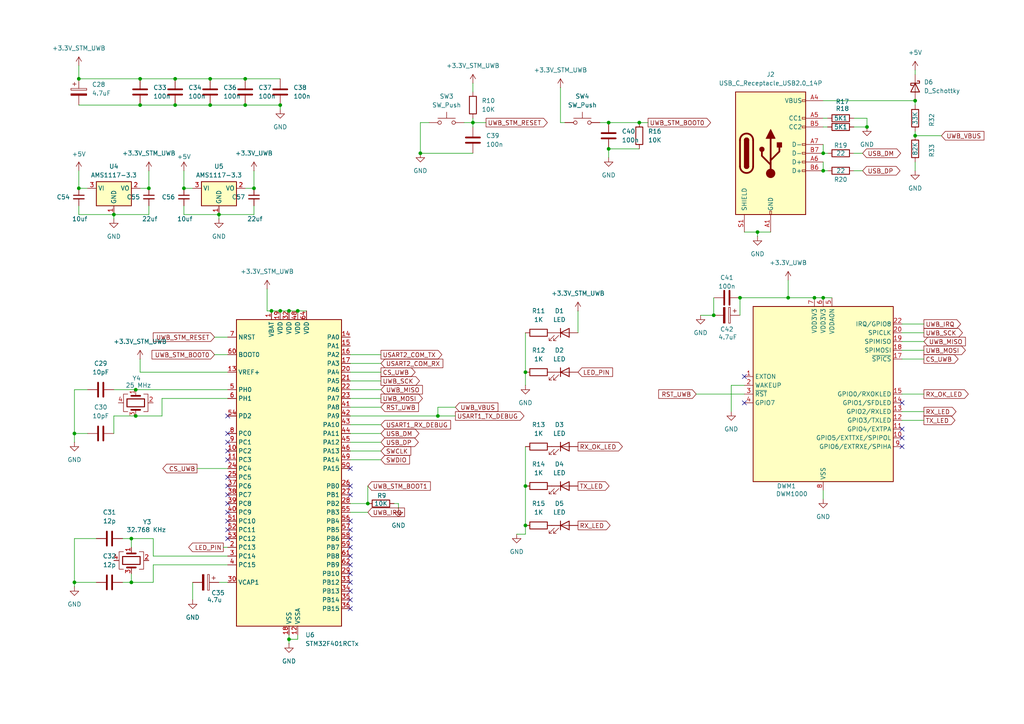
<source format=kicad_sch>
(kicad_sch (version 20231120) (generator "eeschema") (generator_version "8.0")
  (paper "A4")
  (lib_symbols
    (symbol "Connector:USB_C_Receptacle_USB2.0_14P" (pin_names (offset 1.016))
      (property "Reference" "J" (at 0 22.225 0))
      (property "Value" "USB_C_Receptacle_USB2.0_14P" (at 0 19.685 0))
      (symbol "USB_C_Receptacle_USB2.0_14P_1_1"
        (pin passive line (at 0 -22.86 90) (length 5.08) (name "GND") (number "A1"))
        (pin passive line (at 0 -22.86 90) (length 5.08) hide (name "GND") (number "A12"))
        (pin passive line (at 15.24 15.24 180) (length 5.08) (name "VBUS") (number "A4"))
        (pin bidirectional line (at 15.24 10.16 180) (length 5.08) (name "CC1") (number "A5"))
        (pin bidirectional line (at 15.24 -2.54 180) (length 5.08) (name "D+") (number "A6"))
        (pin bidirectional line (at 15.24 2.54 180) (length 5.08) (name "D-") (number "A7"))
        (pin passive line (at 15.24 15.24 180) (length 5.08) hide (name "VBUS") (number "A9"))
        (pin passive line (at 0 -22.86 90) (length 5.08) hide (name "GND") (number "B1"))
        (pin passive line (at 0 -22.86 90) (length 5.08) hide (name "GND") (number "B12"))
        (pin passive line (at 15.24 15.24 180) (length 5.08) hide (name "VBUS") (number "B4"))
        (pin bidirectional line (at 15.24 7.62 180) (length 5.08) (name "CC2") (number "B5"))
        (pin bidirectional line (at 15.24 -5.08 180) (length 5.08) (name "D+") (number "B6"))
        (pin bidirectional line (at 15.24 0 180) (length 5.08) (name "D-") (number "B7"))
        (pin passive line (at 15.24 15.24 180) (length 5.08) hide (name "VBUS") (number "B9"))
        (pin passive line (at -7.62 -22.86 90) (length 5.08) (name "SHIELD") (number "S1"))
      )
    )
    (symbol "Device:C" (pin_numbers hide) (pin_names (offset 0.254))
      (property "Reference" "C" (at 0.635 2.54 0))
      (property "Value" "C" (at 0.635 -2.54 0))
      (symbol "C_1_1"
        (pin passive line (at 0 3.81 270) (length 2.794) (name "~") (number "1"))
        (pin passive line (at 0 -3.81 90) (length 2.794) (name "~") (number "2"))
      )
    )
    (symbol "Device:C_Polarized" (pin_numbers hide) (pin_names (offset 0.254))
      (property "Reference" "C" (at 0.635 2.54 0))
      (property "Value" "C_Polarized" (at 0.635 -2.54 0))
      (symbol "C_Polarized_1_1"
        (pin passive line (at 0 3.81 270) (length 2.794) (name "~") (number "1"))
        (pin passive line (at 0 -3.81 90) (length 2.794) (name "~") (number "2"))
      )
    )
    (symbol "Device:C_Small" (pin_numbers hide) (pin_names (offset 0.254) hide)
      (property "Reference" "C" (at 0.254 1.778 0))
      (property "Value" "C_Small" (at 0.254 -2.032 0))
      (symbol "C_Small_1_1"
        (pin passive line (at 0 2.54 270) (length 2.032) (name "~") (number "1"))
        (pin passive line (at 0 -2.54 90) (length 2.032) (name "~") (number "2"))
      )
    )
    (symbol "Device:Crystal_GND24" (pin_names (offset 1.016) hide)
      (property "Reference" "Y" (at 3.175 5.08 0))
      (property "Value" "Crystal_GND24" (at 3.175 3.175 0))
      (symbol "Crystal_GND24_1_1"
        (pin passive line (at -3.81 0 0) (length 1.27) (name "1") (number "1"))
        (pin passive line (at 0 5.08 270) (length 1.27) (name "2") (number "2"))
        (pin passive line (at 3.81 0 180) (length 1.27) (name "3") (number "3"))
        (pin passive line (at 0 -5.08 90) (length 1.27) (name "4") (number "4"))
      )
    )
    (symbol "Device:D_Schottky" (pin_numbers hide) (pin_names (offset 1.016) hide)
      (property "Reference" "D" (at 0 2.54 0))
      (property "Value" "D_Schottky" (at 0 -2.54 0))
      (symbol "D_Schottky_1_1"
        (pin passive line (at -3.81 0 0) (length 2.54) (name "K") (number "1"))
        (pin passive line (at 3.81 0 180) (length 2.54) (name "A") (number "2"))
      )
    )
    (symbol "Device:LED" (pin_numbers hide) (pin_names (offset 1.016) hide)
      (property "Reference" "D" (at 0 2.54 0))
      (property "Value" "LED" (at 0 -2.54 0))
      (symbol "LED_1_1"
        (pin passive line (at -3.81 0 0) (length 2.54) (name "K") (number "1"))
        (pin passive line (at 3.81 0 180) (length 2.54) (name "A") (number "2"))
      )
    )
    (symbol "Device:R" (pin_numbers hide) (pin_names (offset 0))
      (property "Reference" "R" (at 2.032 0 90))
      (property "Value" "R" (at 0 0 90))
      (symbol "R_1_1"
        (pin passive line (at 0 3.81 270) (length 1.27) (name "~") (number "1"))
        (pin passive line (at 0 -3.81 90) (length 1.27) (name "~") (number "2"))
      )
    )
    (symbol "MCU_ST_STM32F4:STM32F401RCTx"
      (property "Reference" "U" (at -15.24 46.99 0))
      (property "Value" "STM32F401RCTx" (at 7.62 46.99 0))
      (symbol "STM32F401RCTx_1_1"
        (pin power_in line (at -5.08 48.26 270) (length 2.54) (name "VBAT") (number "1"))
        (pin bidirectional line (at -17.78 7.62 0) (length 2.54) (name "PC2") (number "10"))
        (pin bidirectional line (at -17.78 5.08 0) (length 2.54) (name "PC3") (number "11"))
        (pin power_in line (at 2.54 -45.72 90) (length 2.54) (name "VSSA") (number "12"))
        (pin input line (at -17.78 30.48 0) (length 2.54) (name "VREF+") (number "13"))
        (pin bidirectional line (at 17.78 40.64 180) (length 2.54) (name "PA0") (number "14"))
        (pin bidirectional line (at 17.78 38.1 180) (length 2.54) (name "PA1") (number "15"))
        (pin bidirectional line (at 17.78 35.56 180) (length 2.54) (name "PA2") (number "16"))
        (pin bidirectional line (at 17.78 33.02 180) (length 2.54) (name "PA3") (number "17"))
        (pin power_in line (at 0 -45.72 90) (length 2.54) (name "VSS") (number "18"))
        (pin power_in line (at -2.54 48.26 270) (length 2.54) (name "VDD") (number "19"))
        (pin bidirectional line (at -17.78 -20.32 0) (length 2.54) (name "PC13") (number "2"))
        (pin bidirectional line (at 17.78 30.48 180) (length 2.54) (name "PA4") (number "20"))
        (pin bidirectional line (at 17.78 27.94 180) (length 2.54) (name "PA5") (number "21"))
        (pin bidirectional line (at 17.78 25.4 180) (length 2.54) (name "PA6") (number "22"))
        (pin bidirectional line (at 17.78 22.86 180) (length 2.54) (name "PA7") (number "23"))
        (pin bidirectional line (at -17.78 2.54 0) (length 2.54) (name "PC4") (number "24"))
        (pin bidirectional line (at -17.78 0 0) (length 2.54) (name "PC5") (number "25"))
        (pin bidirectional line (at 17.78 -2.54 180) (length 2.54) (name "PB0") (number "26"))
        (pin bidirectional line (at 17.78 -5.08 180) (length 2.54) (name "PB1") (number "27"))
        (pin bidirectional line (at 17.78 -7.62 180) (length 2.54) (name "PB2") (number "28"))
        (pin bidirectional line (at 17.78 -27.94 180) (length 2.54) (name "PB10") (number "29"))
        (pin bidirectional line (at -17.78 -22.86 0) (length 2.54) (name "PC14") (number "3"))
        (pin power_out line (at -17.78 -30.48 0) (length 2.54) (name "VCAP1") (number "30"))
        (pin passive line (at 0 -45.72 90) (length 2.54) hide (name "VSS") (number "31"))
        (pin power_in line (at 0 48.26 270) (length 2.54) (name "VDD") (number "32"))
        (pin bidirectional line (at 17.78 -30.48 180) (length 2.54) (name "PB12") (number "33"))
        (pin bidirectional line (at 17.78 -33.02 180) (length 2.54) (name "PB13") (number "34"))
        (pin bidirectional line (at 17.78 -35.56 180) (length 2.54) (name "PB14") (number "35"))
        (pin bidirectional line (at 17.78 -38.1 180) (length 2.54) (name "PB15") (number "36"))
        (pin bidirectional line (at -17.78 -2.54 0) (length 2.54) (name "PC6") (number "37"))
        (pin bidirectional line (at -17.78 -5.08 0) (length 2.54) (name "PC7") (number "38"))
        (pin bidirectional line (at -17.78 -7.62 0) (length 2.54) (name "PC8") (number "39"))
        (pin bidirectional line (at -17.78 -25.4 0) (length 2.54) (name "PC15") (number "4"))
        (pin bidirectional line (at -17.78 -10.16 0) (length 2.54) (name "PC9") (number "40"))
        (pin bidirectional line (at 17.78 20.32 180) (length 2.54) (name "PA8") (number "41"))
        (pin bidirectional line (at 17.78 17.78 180) (length 2.54) (name "PA9") (number "42"))
        (pin bidirectional line (at 17.78 15.24 180) (length 2.54) (name "PA10") (number "43"))
        (pin bidirectional line (at 17.78 12.7 180) (length 2.54) (name "PA11") (number "44"))
        (pin bidirectional line (at 17.78 10.16 180) (length 2.54) (name "PA12") (number "45"))
        (pin bidirectional line (at 17.78 7.62 180) (length 2.54) (name "PA13") (number "46"))
        (pin passive line (at 0 -45.72 90) (length 2.54) hide (name "VSS") (number "47"))
        (pin power_in line (at 2.54 48.26 270) (length 2.54) (name "VDD") (number "48"))
        (pin bidirectional line (at 17.78 5.08 180) (length 2.54) (name "PA14") (number "49"))
        (pin bidirectional line (at -17.78 25.4 0) (length 2.54) (name "PH0") (number "5"))
        (pin bidirectional line (at 17.78 2.54 180) (length 2.54) (name "PA15") (number "50"))
        (pin bidirectional line (at -17.78 -12.7 0) (length 2.54) (name "PC10") (number "51"))
        (pin bidirectional line (at -17.78 -15.24 0) (length 2.54) (name "PC11") (number "52"))
        (pin bidirectional line (at -17.78 -17.78 0) (length 2.54) (name "PC12") (number "53"))
        (pin bidirectional line (at -17.78 17.78 0) (length 2.54) (name "PD2") (number "54"))
        (pin bidirectional line (at 17.78 -10.16 180) (length 2.54) (name "PB3") (number "55"))
        (pin bidirectional line (at 17.78 -12.7 180) (length 2.54) (name "PB4") (number "56"))
        (pin bidirectional line (at 17.78 -15.24 180) (length 2.54) (name "PB5") (number "57"))
        (pin bidirectional line (at 17.78 -17.78 180) (length 2.54) (name "PB6") (number "58"))
        (pin bidirectional line (at 17.78 -20.32 180) (length 2.54) (name "PB7") (number "59"))
        (pin bidirectional line (at -17.78 22.86 0) (length 2.54) (name "PH1") (number "6"))
        (pin input line (at -17.78 35.56 0) (length 2.54) (name "BOOT0") (number "60"))
        (pin bidirectional line (at 17.78 -22.86 180) (length 2.54) (name "PB8") (number "61"))
        (pin bidirectional line (at 17.78 -25.4 180) (length 2.54) (name "PB9") (number "62"))
        (pin passive line (at 0 -45.72 90) (length 2.54) hide (name "VSS") (number "63"))
        (pin power_in line (at 5.08 48.26 270) (length 2.54) (name "VDD") (number "64"))
        (pin input line (at -17.78 40.64 0) (length 2.54) (name "NRST") (number "7"))
        (pin bidirectional line (at -17.78 12.7 0) (length 2.54) (name "PC0") (number "8"))
        (pin bidirectional line (at -17.78 10.16 0) (length 2.54) (name "PC1") (number "9"))
      )
    )
    (symbol "RF_Module:DWM1000"
      (property "Reference" "DWM" (at -17.78 26.67 0))
      (property "Value" "DWM1000" (at 15.875 26.67 0))
      (symbol "DWM1000_1_1"
        (pin output line (at -22.86 5.08 0) (length 2.54) (name "EXTON") (number "1"))
        (pin bidirectional line (at 22.86 -12.7 180) (length 2.54) (name "GPIO5/EXTTXE/SPIPOL") (number "10"))
        (pin bidirectional line (at 22.86 -10.16 180) (length 2.54) (name "GPIO4/EXTPA") (number "11"))
        (pin bidirectional line (at 22.86 -7.62 180) (length 2.54) (name "GPIO3/TXLED") (number "12"))
        (pin bidirectional line (at 22.86 -5.08 180) (length 2.54) (name "GPIO2/RXLED") (number "13"))
        (pin bidirectional line (at 22.86 -2.54 180) (length 2.54) (name "GPIO1/SFDLED") (number "14"))
        (pin bidirectional line (at 22.86 0 180) (length 2.54) (name "GPIO0/RXOKLED") (number "15"))
        (pin passive line (at 0 -27.94 90) (length 2.54) hide (name "VSS") (number "16"))
        (pin input line (at 22.86 10.16 180) (length 2.54) (name "~{SPICS}") (number "17"))
        (pin input line (at 22.86 12.7 180) (length 2.54) (name "SPIMOSI") (number "18"))
        (pin output line (at 22.86 15.24 180) (length 2.54) (name "SPIMISO") (number "19"))
        (pin bidirectional line (at -22.86 2.54 0) (length 2.54) (name "WAKEUP") (number "2"))
        (pin input line (at 22.86 17.78 180) (length 2.54) (name "SPICLK") (number "20"))
        (pin passive line (at 0 -27.94 90) (length 2.54) hide (name "VSS") (number "21"))
        (pin bidirectional line (at 22.86 20.32 180) (length 2.54) (name "IRQ/GPIO8") (number "22"))
        (pin passive line (at 0 -27.94 90) (length 2.54) hide (name "VSS") (number "23"))
        (pin passive line (at 0 -27.94 90) (length 2.54) hide (name "VSS") (number "24"))
        (pin bidirectional line (at -22.86 0 0) (length 2.54) (name "~{RST}") (number "3"))
        (pin bidirectional line (at -22.86 -2.54 0) (length 2.54) (name "GPIO7") (number "4"))
        (pin power_in line (at 2.54 27.94 270) (length 2.54) (name "VDDAON") (number "5"))
        (pin power_in line (at 0 27.94 270) (length 2.54) (name "VDD3V3") (number "6"))
        (pin power_in line (at -2.54 27.94 270) (length 2.54) (name "VDD3V3") (number "7"))
        (pin power_in line (at 0 -27.94 90) (length 2.54) (name "VSS") (number "8"))
        (pin bidirectional line (at 22.86 -15.24 180) (length 2.54) (name "GPIO6/EXTRXE/SPIHA") (number "9"))
      )
    )
    (symbol "Regulator_Linear:AMS1117-3.3"
      (property "Reference" "U" (at -3.81 3.175 0))
      (property "Value" "AMS1117-3.3" (at 0 3.175 0))
      (symbol "AMS1117-3.3_1_1"
        (pin power_in line (at 0 -7.62 90) (length 2.54) (name "GND") (number "1"))
        (pin power_out line (at 7.62 0 180) (length 2.54) (name "VO") (number "2"))
        (pin power_in line (at -7.62 0 0) (length 2.54) (name "VI") (number "3"))
      )
    )
    (symbol "Switch:SW_Push" (pin_numbers hide) (pin_names (offset 1.016) hide)
      (property "Reference" "SW" (at 1.27 2.54 0))
      (property "Value" "SW_Push" (at 0 -1.524 0))
      (symbol "SW_Push_0_1"
        (pin passive line (at -5.08 0 0) (length 2.54) (name "1") (number "1"))
        (pin passive line (at 5.08 0 180) (length 2.54) (name "2") (number "2"))
      )
    )
    (symbol "power:+3V3" (power) (pin_numbers hide) (pin_names (offset 0) hide)
      (property "Value" "+3V3" (at 0 3.556 0))
      (symbol "+3V3_1_1"
        (pin power_in line (at 0 0 90) (length 0) (name "~") (number "1"))
      )
    )
    (symbol "power:+8V" (power) (pin_numbers hide) (pin_names (offset 0) hide)
      (property "Value" "+8V" (at 0 3.556 0))
      (symbol "+8V_1_1"
        (pin power_in line (at 0 0 90) (length 0) (name "~") (number "1"))
      )
    )
    (symbol "power:GND" (power) (pin_numbers hide) (pin_names (offset 0) hide)
      (property "Value" "GND" (at 0 -3.81 0))
      (symbol "GND_1_1"
        (pin power_in line (at 0 0 270) (length 0) (name "~") (number "1"))
      )
    )
  )
  (junction (at 60.96 30.48))
  (junction (at 265.43 39.37))
  (junction (at 176.53 43.18))
  (junction (at 214.63 86.36))
  (junction (at 106.68 146.05))
  (junction (at 21.59 168.91))
  (junction (at 81.28 30.48))
  (junction (at 238.76 49.53))
  (junction (at 43.18 54.61))
  (junction (at 81.28 90.17))
  (junction (at 60.96 22.86))
  (junction (at 40.64 30.48))
  (junction (at 152.4 140.97))
  (junction (at 265.43 29.21))
  (junction (at 86.36 90.17))
  (junction (at 137.16 35.56))
  (junction (at 238.76 86.36))
  (junction (at 236.22 86.36))
  (junction (at 63.5 62.23))
  (junction (at 39.37 113.03))
  (junction (at 83.82 185.42))
  (junction (at 21.59 125.73))
  (junction (at 251.46 36.83))
  (junction (at 127 120.65))
  (junction (at 50.8 30.48))
  (junction (at 33.02 62.23))
  (junction (at 40.64 22.86))
  (junction (at 38.1 168.91))
  (junction (at 39.37 120.65))
  (junction (at 71.12 30.48))
  (junction (at 38.1 156.21))
  (junction (at 121.92 44.45))
  (junction (at 22.86 22.86))
  (junction (at 73.66 54.61))
  (junction (at 50.8 22.86))
  (junction (at 207.01 91.44))
  (junction (at 228.6 86.36))
  (junction (at 176.53 35.56))
  (junction (at 78.74 90.17))
  (junction (at 238.76 44.45))
  (junction (at 71.12 22.86))
  (junction (at 185.42 35.56))
  (junction (at 152.4 152.4))
  (junction (at 53.34 54.61))
  (junction (at 219.71 67.31))
  (junction (at 22.86 54.61))
  (junction (at 83.82 90.17))
  (junction (at 152.4 107.95))
  (no_connect (at 66.04 146.05))
  (no_connect (at 101.6 168.91))
  (no_connect (at 101.6 173.99))
  (no_connect (at 101.6 156.21))
  (no_connect (at 101.6 143.51))
  (no_connect (at 101.6 153.67))
  (no_connect (at 261.62 129.54))
  (no_connect (at 66.04 156.21))
  (no_connect (at 101.6 176.53))
  (no_connect (at 101.6 135.89))
  (no_connect (at 261.62 116.84))
  (no_connect (at 66.04 120.65))
  (no_connect (at 261.62 124.46))
  (no_connect (at 66.04 153.67))
  (no_connect (at 66.04 148.59))
  (no_connect (at 101.6 140.97))
  (no_connect (at 101.6 171.45))
  (no_connect (at 66.04 125.73))
  (no_connect (at 215.9 116.84))
  (no_connect (at 66.04 130.81))
  (no_connect (at 66.04 143.51))
  (no_connect (at 101.6 158.75))
  (no_connect (at 66.04 128.27))
  (no_connect (at 66.04 138.43))
  (no_connect (at 101.6 166.37))
  (no_connect (at 66.04 151.13))
  (no_connect (at 101.6 161.29))
  (no_connect (at 101.6 163.83))
  (no_connect (at 66.04 133.35))
  (no_connect (at 66.04 140.97))
  (no_connect (at 215.9 109.22))
  (no_connect (at 101.6 151.13))
  (no_connect (at 261.62 127))
  (wire (pts (xy 267.97 119.38) (xy 261.62 119.38)))
  (wire (pts (xy 40.64 107.95) (xy 40.64 104.14)))
  (wire (pts (xy 66.04 163.83) (xy 44.45 163.83)))
  (wire (pts (xy 35.56 168.91) (xy 38.1 168.91)))
  (wire (pts (xy 137.16 36.83) (xy 137.16 35.56)))
  (wire (pts (xy 22.86 49.53) (xy 22.86 54.61)))
  (wire (pts (xy 106.68 148.59) (xy 101.6 148.59)))
  (wire (pts (xy 44.45 163.83) (xy 44.45 168.91)))
  (wire (pts (xy 46.99 120.65) (xy 39.37 120.65)))
  (wire (pts (xy 214.63 86.36) (xy 228.6 86.36)))
  (wire (pts (xy 62.23 102.87) (xy 66.04 102.87)))
  (wire (pts (xy 40.64 30.48) (xy 50.8 30.48)))
  (wire (pts (xy 44.45 156.21) (xy 38.1 156.21)))
  (wire (pts (xy 162.56 35.56) (xy 163.83 35.56)))
  (wire (pts (xy 238.76 41.91) (xy 238.76 44.45)))
  (wire (pts (xy 101.6 123.19) (xy 110.49 123.19)))
  (wire (pts (xy 238.76 44.45) (xy 240.03 44.45)))
  (wire (pts (xy 185.42 35.56) (xy 187.96 35.56)))
  (wire (pts (xy 21.59 168.91) (xy 21.59 170.18)))
  (wire (pts (xy 64.77 158.75) (xy 66.04 158.75)))
  (wire (pts (xy 83.82 90.17) (xy 81.28 90.17)))
  (wire (pts (xy 219.71 67.31) (xy 219.71 68.58)))
  (wire (pts (xy 238.76 29.21) (xy 265.43 29.21)))
  (wire (pts (xy 250.19 44.45) (xy 247.65 44.45)))
  (wire (pts (xy 22.86 62.23) (xy 33.02 62.23)))
  (wire (pts (xy 110.49 130.81) (xy 101.6 130.81)))
  (wire (pts (xy 219.71 67.31) (xy 223.52 67.31)))
  (wire (pts (xy 86.36 90.17) (xy 83.82 90.17)))
  (wire (pts (xy 162.56 25.4) (xy 162.56 35.56)))
  (wire (pts (xy 33.02 62.23) (xy 43.18 62.23)))
  (wire (pts (xy 238.76 86.36) (xy 241.3 86.36)))
  (wire (pts (xy 137.16 35.56) (xy 140.97 35.56)))
  (wire (pts (xy 38.1 168.91) (xy 38.1 166.37)))
  (wire (pts (xy 152.4 107.95) (xy 152.4 111.76)))
  (wire (pts (xy 83.82 184.15) (xy 83.82 185.42)))
  (wire (pts (xy 86.36 185.42) (xy 83.82 185.42)))
  (wire (pts (xy 267.97 114.3) (xy 261.62 114.3)))
  (wire (pts (xy 35.56 156.21) (xy 38.1 156.21)))
  (wire (pts (xy 110.49 107.95) (xy 101.6 107.95)))
  (wire (pts (xy 60.96 22.86) (xy 71.12 22.86)))
  (wire (pts (xy 238.76 144.78) (xy 238.76 142.24)))
  (wire (pts (xy 43.18 59.69) (xy 43.18 62.23)))
  (wire (pts (xy 127 118.11) (xy 127 120.65)))
  (wire (pts (xy 110.49 110.49) (xy 101.6 110.49)))
  (wire (pts (xy 33.02 62.23) (xy 33.02 63.5)))
  (wire (pts (xy 152.4 154.94) (xy 149.86 154.94)))
  (wire (pts (xy 238.76 49.53) (xy 240.03 49.53)))
  (wire (pts (xy 101.6 105.41) (xy 110.49 105.41)))
  (wire (pts (xy 267.97 104.14) (xy 261.62 104.14)))
  (wire (pts (xy 137.16 24.13) (xy 137.16 26.67)))
  (wire (pts (xy 101.6 133.35) (xy 110.49 133.35)))
  (wire (pts (xy 77.47 83.82) (xy 77.47 90.17)))
  (wire (pts (xy 21.59 113.03) (xy 21.59 125.73)))
  (wire (pts (xy 66.04 107.95) (xy 40.64 107.95)))
  (wire (pts (xy 101.6 120.65) (xy 127 120.65)))
  (wire (pts (xy 207.01 86.36) (xy 207.01 91.44)))
  (wire (pts (xy 21.59 125.73) (xy 25.4 125.73)))
  (wire (pts (xy 71.12 30.48) (xy 81.28 30.48)))
  (wire (pts (xy 63.5 62.23) (xy 63.5 63.5)))
  (wire (pts (xy 53.34 54.61) (xy 55.88 54.61)))
  (wire (pts (xy 43.18 54.61) (xy 40.64 54.61)))
  (wire (pts (xy 33.02 125.73) (xy 33.02 120.65)))
  (wire (pts (xy 176.53 35.56) (xy 185.42 35.56)))
  (wire (pts (xy 21.59 125.73) (xy 21.59 128.27)))
  (wire (pts (xy 265.43 30.48) (xy 265.43 29.21)))
  (wire (pts (xy 238.76 34.29) (xy 240.03 34.29)))
  (wire (pts (xy 110.49 113.03) (xy 101.6 113.03)))
  (wire (pts (xy 267.97 121.92) (xy 261.62 121.92)))
  (wire (pts (xy 63.5 62.23) (xy 73.66 62.23)))
  (wire (pts (xy 236.22 86.36) (xy 238.76 86.36)))
  (wire (pts (xy 267.97 93.98) (xy 261.62 93.98)))
  (wire (pts (xy 53.34 59.69) (xy 53.34 62.23)))
  (wire (pts (xy 33.02 120.65) (xy 39.37 120.65)))
  (wire (pts (xy 132.08 118.11) (xy 127 118.11)))
  (wire (pts (xy 215.9 67.31) (xy 219.71 67.31)))
  (wire (pts (xy 114.3 146.05) (xy 115.57 146.05)))
  (wire (pts (xy 101.6 146.05) (xy 106.68 146.05)))
  (wire (pts (xy 43.18 49.53) (xy 43.18 54.61)))
  (wire (pts (xy 63.5 168.91) (xy 66.04 168.91)))
  (wire (pts (xy 66.04 161.29) (xy 44.45 161.29)))
  (wire (pts (xy 101.6 102.87) (xy 110.49 102.87)))
  (wire (pts (xy 247.65 34.29) (xy 251.46 34.29)))
  (wire (pts (xy 46.99 115.57) (xy 46.99 120.65)))
  (wire (pts (xy 110.49 128.27) (xy 101.6 128.27)))
  (wire (pts (xy 110.49 118.11) (xy 101.6 118.11)))
  (wire (pts (xy 212.09 111.76) (xy 212.09 119.38)))
  (wire (pts (xy 110.49 115.57) (xy 101.6 115.57)))
  (wire (pts (xy 267.97 101.6) (xy 261.62 101.6)))
  (wire (pts (xy 167.64 90.17) (xy 167.64 96.52)))
  (wire (pts (xy 50.8 30.48) (xy 60.96 30.48)))
  (wire (pts (xy 265.43 20.32) (xy 265.43 21.59)))
  (wire (pts (xy 57.15 135.89) (xy 66.04 135.89)))
  (wire (pts (xy 22.86 30.48) (xy 40.64 30.48)))
  (wire (pts (xy 53.34 62.23) (xy 63.5 62.23)))
  (wire (pts (xy 38.1 156.21) (xy 38.1 158.75)))
  (wire (pts (xy 212.09 111.76) (xy 215.9 111.76)))
  (wire (pts (xy 152.4 96.52) (xy 152.4 107.95)))
  (wire (pts (xy 137.16 35.56) (xy 137.16 34.29)))
  (wire (pts (xy 267.97 99.06) (xy 261.62 99.06)))
  (wire (pts (xy 66.04 115.57) (xy 46.99 115.57)))
  (wire (pts (xy 22.86 59.69) (xy 22.86 62.23)))
  (wire (pts (xy 176.53 43.18) (xy 185.42 43.18)))
  (wire (pts (xy 265.43 49.53) (xy 265.43 46.99)))
  (wire (pts (xy 86.36 184.15) (xy 86.36 185.42)))
  (wire (pts (xy 110.49 125.73) (xy 101.6 125.73)))
  (wire (pts (xy 60.96 30.48) (xy 71.12 30.48)))
  (wire (pts (xy 40.64 22.86) (xy 50.8 22.86)))
  (wire (pts (xy 265.43 38.1) (xy 265.43 39.37)))
  (wire (pts (xy 21.59 156.21) (xy 21.59 168.91)))
  (wire (pts (xy 22.86 54.61) (xy 25.4 54.61)))
  (wire (pts (xy 251.46 34.29) (xy 251.46 36.83)))
  (wire (pts (xy 81.28 30.48) (xy 81.28 31.75)))
  (wire (pts (xy 83.82 185.42) (xy 83.82 186.69)))
  (wire (pts (xy 238.76 46.99) (xy 238.76 49.53)))
  (wire (pts (xy 127 120.65) (xy 132.08 120.65)))
  (wire (pts (xy 44.45 168.91) (xy 38.1 168.91)))
  (wire (pts (xy 152.4 140.97) (xy 152.4 152.4)))
  (wire (pts (xy 88.9 90.17) (xy 86.36 90.17)))
  (wire (pts (xy 73.66 54.61) (xy 71.12 54.61)))
  (wire (pts (xy 152.4 152.4) (xy 152.4 154.94)))
  (wire (pts (xy 203.2 91.44) (xy 207.01 91.44)))
  (wire (pts (xy 39.37 113.03) (xy 66.04 113.03)))
  (wire (pts (xy 228.6 86.36) (xy 236.22 86.36)))
  (wire (pts (xy 106.68 140.97) (xy 106.68 146.05)))
  (wire (pts (xy 115.57 146.05) (xy 115.57 147.32)))
  (wire (pts (xy 81.28 90.17) (xy 78.74 90.17)))
  (wire (pts (xy 265.43 39.37) (xy 273.05 39.37)))
  (wire (pts (xy 173.99 35.56) (xy 176.53 35.56)))
  (wire (pts (xy 152.4 129.54) (xy 152.4 140.97)))
  (wire (pts (xy 33.02 113.03) (xy 39.37 113.03)))
  (wire (pts (xy 267.97 96.52) (xy 261.62 96.52)))
  (wire (pts (xy 121.92 35.56) (xy 121.92 44.45)))
  (wire (pts (xy 55.88 168.91) (xy 55.88 173.99)))
  (wire (pts (xy 22.86 19.05) (xy 22.86 22.86)))
  (wire (pts (xy 238.76 36.83) (xy 240.03 36.83)))
  (wire (pts (xy 53.34 49.53) (xy 53.34 54.61)))
  (wire (pts (xy 247.65 36.83) (xy 251.46 36.83)))
  (wire (pts (xy 44.45 161.29) (xy 44.45 156.21)))
  (wire (pts (xy 27.94 156.21) (xy 21.59 156.21)))
  (wire (pts (xy 50.8 22.86) (xy 60.96 22.86)))
  (wire (pts (xy 22.86 22.86) (xy 40.64 22.86)))
  (wire (pts (xy 134.62 35.56) (xy 137.16 35.56)))
  (wire (pts (xy 121.92 44.45) (xy 137.16 44.45)))
  (wire (pts (xy 25.4 113.03) (xy 21.59 113.03)))
  (wire (pts (xy 73.66 59.69) (xy 73.66 62.23)))
  (wire (pts (xy 250.19 49.53) (xy 247.65 49.53)))
  (wire (pts (xy 228.6 81.28) (xy 228.6 86.36)))
  (wire (pts (xy 78.74 90.17) (xy 77.47 90.17)))
  (wire (pts (xy 201.93 114.3) (xy 215.9 114.3)))
  (wire (pts (xy 73.66 49.53) (xy 73.66 54.61)))
  (wire (pts (xy 62.23 97.79) (xy 66.04 97.79)))
  (wire (pts (xy 21.59 168.91) (xy 27.94 168.91)))
  (wire (pts (xy 71.12 22.86) (xy 81.28 22.86)))
  (wire (pts (xy 124.46 35.56) (xy 121.92 35.56)))
  (wire (pts (xy 214.63 86.36) (xy 214.63 91.44)))
  (wire (pts (xy 176.53 43.18) (xy 176.53 45.72)))
  (global_label "UWB_MOSI" (shape output) (at 110.49 115.57 0) (property "Intersheetrefs" "${INTERSHEET_REFS}" (effects (hide yes))))
  (global_label "UWB_VBUS" (shape input) (at 132.08 118.11 0) (property "Intersheetrefs" "${INTERSHEET_REFS}" (effects (hide yes))))
  (global_label "UWB_STM_BOOT0" (shape output) (at 187.96 35.56 0) (property "Intersheetrefs" "${INTERSHEET_REFS}" (effects (hide yes))))
  (global_label "USB_DP" (shape bidirectional) (at 110.49 128.27 0) (property "Intersheetrefs" "${INTERSHEET_REFS}" (effects (hide yes))))
  (global_label "RX_OK_LED" (shape output) (at 167.64 129.54 0) (property "Intersheetrefs" "${INTERSHEET_REFS}" (effects (hide yes))))
  (global_label "USART2_COM_RX" (shape input) (at 110.49 105.41 0) (property "Intersheetrefs" "${INTERSHEET_REFS}" (effects (hide yes))))
  (global_label "TX_LED" (shape output) (at 167.64 140.97 0) (property "Intersheetrefs" "${INTERSHEET_REFS}" (effects (hide yes))))
  (global_label "RX_OK_LED" (shape output) (at 267.97 114.3 0) (property "Intersheetrefs" "${INTERSHEET_REFS}" (effects (hide yes))))
  (global_label "USART1_TX_DEBUG" (shape output) (at 132.08 120.65 0) (property "Intersheetrefs" "${INTERSHEET_REFS}" (effects (hide yes))))
  (global_label "USART2_COM_TX" (shape output) (at 110.49 102.87 0) (property "Intersheetrefs" "${INTERSHEET_REFS}" (effects (hide yes))))
  (global_label "UWB_STM_BOOT0" (shape input) (at 62.23 102.87 180) (property "Intersheetrefs" "${INTERSHEET_REFS}" (effects (hide yes))))
  (global_label "UWB_MISO" (shape input) (at 110.49 113.03 0) (property "Intersheetrefs" "${INTERSHEET_REFS}" (effects (hide yes))))
  (global_label "TX_LED" (shape output) (at 267.97 121.92 0) (property "Intersheetrefs" "${INTERSHEET_REFS}" (effects (hide yes))))
  (global_label "UWB_VBUS" (shape input) (at 273.05 39.37 0) (property "Intersheetrefs" "${INTERSHEET_REFS}" (effects (hide yes))))
  (global_label "CS_UWB" (shape output) (at 267.97 104.14 0) (property "Intersheetrefs" "${INTERSHEET_REFS}" (effects (hide yes))))
  (global_label "LED_PIN" (shape output) (at 64.77 158.75 180) (property "Intersheetrefs" "${INTERSHEET_REFS}" (effects (hide yes))))
  (global_label "RX_LED" (shape output) (at 167.64 152.4 0) (property "Intersheetrefs" "${INTERSHEET_REFS}" (effects (hide yes))))
  (global_label "UWB_MOSI" (shape output) (at 267.97 101.6 0) (property "Intersheetrefs" "${INTERSHEET_REFS}" (effects (hide yes))))
  (global_label "RST_UWB" (shape input) (at 110.49 118.11 0) (property "Intersheetrefs" "${INTERSHEET_REFS}" (effects (hide yes))))
  (global_label "RX_LED" (shape output) (at 267.97 119.38 0) (property "Intersheetrefs" "${INTERSHEET_REFS}" (effects (hide yes))))
  (global_label "UWB_IRQ" (shape input) (at 106.68 148.59 0) (property "Intersheetrefs" "${INTERSHEET_REFS}" (effects (hide yes))))
  (global_label "UWB_SCK" (shape output) (at 110.49 110.49 0) (property "Intersheetrefs" "${INTERSHEET_REFS}" (effects (hide yes))))
  (global_label "UWB_IRQ" (shape output) (at 267.97 93.98 0) (property "Intersheetrefs" "${INTERSHEET_REFS}" (effects (hide yes))))
  (global_label "CS_UWB" (shape output) (at 57.15 135.89 180) (property "Intersheetrefs" "${INTERSHEET_REFS}" (effects (hide yes))))
  (global_label "USB_DP" (shape bidirectional) (at 250.19 49.53 0) (property "Intersheetrefs" "${INTERSHEET_REFS}" (effects (hide yes))))
  (global_label "USART1_RX_DEBUG" (shape input) (at 110.49 123.19 0) (property "Intersheetrefs" "${INTERSHEET_REFS}" (effects (hide yes))))
  (global_label "SWCLK" (shape input) (at 110.49 130.81 0) (property "Intersheetrefs" "${INTERSHEET_REFS}" (effects (hide yes))))
  (global_label "UWB_STM_RESET" (shape output) (at 140.97 35.56 0) (property "Intersheetrefs" "${INTERSHEET_REFS}" (effects (hide yes))))
  (global_label "UWB_SCK" (shape output) (at 267.97 96.52 0) (property "Intersheetrefs" "${INTERSHEET_REFS}" (effects (hide yes))))
  (global_label "SWDIO" (shape input) (at 110.49 133.35 0) (property "Intersheetrefs" "${INTERSHEET_REFS}" (effects (hide yes))))
  (global_label "UWB_MISO" (shape input) (at 267.97 99.06 0) (property "Intersheetrefs" "${INTERSHEET_REFS}" (effects (hide yes))))
  (global_label "USB_DM" (shape bidirectional) (at 250.19 44.45 0) (property "Intersheetrefs" "${INTERSHEET_REFS}" (effects (hide yes))))
  (global_label "USB_DM" (shape bidirectional) (at 110.49 125.73 0) (property "Intersheetrefs" "${INTERSHEET_REFS}" (effects (hide yes))))
  (global_label "LED_PIN" (shape input) (at 167.64 107.95 0) (property "Intersheetrefs" "${INTERSHEET_REFS}" (effects (hide yes))))
  (global_label "UWB_STM_BOOT1" (shape input) (at 106.68 140.97 0) (property "Intersheetrefs" "${INTERSHEET_REFS}" (effects (hide yes))))
  (global_label "CS_UWB" (shape output) (at 110.49 107.95 0) (property "Intersheetrefs" "${INTERSHEET_REFS}" (effects (hide yes))))
  (global_label "UWB_STM_RESET" (shape input) (at 62.23 97.79 180) (property "Intersheetrefs" "${INTERSHEET_REFS}" (effects (hide yes))))
  (global_label "RST_UWB" (shape input) (at 201.93 114.3 180) (property "Intersheetrefs" "${INTERSHEET_REFS}" (effects (hide yes))))
  (symbol (lib_id "Device:R") (at 156.21 129.54 90) (unit 1)
    (property "Reference" "R13" (at 156.21 123.19 90))
    (property "Value" "1K" (at 156.21 125.73 90))
    (property "Footprint" "Resistor_SMD:R_0603_1608Metric_Pad0.98x0.95mm_HandSolder" (effects (hide yes)))
    (property "Description" "Resistor" (effects (hide yes)))
  )
  (symbol (lib_id "Regulator_Linear:AMS1117-3.3") (at 63.5 54.61 0) (unit 1)
    (property "Reference" "U5" (at 63.5 48.26 0))
    (property "Value" "AMS1117-3.3" (at 63.5 50.8 0))
    (property "Footprint" "Package_TO_SOT_SMD:SOT-223-3_TabPin2" (effects (hide yes)))
    (property "Datasheet" "http://www.advanced-monolithic.com/pdf/ds1117.pdf" (effects (hide yes)))
    (property "Description" "1A Low Dropout regulator, positive, 3.3V fixed output, SOT-223" (effects (hide yes)))
  )
  (symbol (lib_id "Device:Crystal_GND24") (at 38.1 162.56 270) (unit 1)
    (property "Reference" "Y3" (at 42.672 151.384 90))
    (property "Value" "32.768 KHz" (at 42.418 153.67 90))
    (property "Footprint" "Crystal:Crystal_SMD_SeikoEpson_MC306-4Pin_8.0x3.2mm" (effects (hide yes)))
    (property "Description" "Four pin crystal, GND on pins 2 and 4" (effects (hide yes)))
  )
  (symbol (lib_id "power:GND") (at 33.02 63.5 0) (unit 1)
    (property "Reference" "#PWR032" (effects (hide yes)))
    (property "Value" "GND" (at 33.02 68.58 0))
    (property "Description" "Power symbol creates a global label with name \"GND\" , ground" (effects (hide yes)))
  )
  (symbol (lib_id "power:GND") (at 265.43 49.53 0) (unit 1)
    (property "Reference" "#PWR099" (effects (hide yes)))
    (property "Value" "GND" (at 265.43 54.61 0))
    (property "Description" "Power symbol creates a global label with name \"GND\" , ground" (effects (hide yes)))
  )
  (symbol (lib_id "power:+3V3") (at 228.6 81.28 0) (unit 1)
    (property "Reference" "#PWR052" (effects (hide yes)))
    (property "Value" "+3.3V_UWB" (at 228.6 76.2 0))
    (property "Description" "Power symbol creates a global label with name \"+3V3\"" (effects (hide yes)))
  )
  (symbol (lib_id "Device:R") (at 265.43 43.18 0) (unit 1)
    (property "Reference" "R33" (at 270.256 43.688 90))
    (property "Value" "82K" (at 265.43 43.18 90))
    (property "Footprint" "Resistor_SMD:R_0603_1608Metric_Pad0.98x0.95mm_HandSolder" (effects (hide yes)))
    (property "Description" "Resistor" (effects (hide yes)))
  )
  (symbol (lib_id "power:+3V3") (at 73.66 49.53 0) (unit 1)
    (property "Reference" "#PWR038" (effects (hide yes)))
    (property "Value" "+3.3V_UWB" (at 73.66 44.45 0))
    (property "Description" "Power symbol creates a global label with name \"+3V3\"" (effects (hide yes)))
  )
  (symbol (lib_id "Device:LED") (at 163.83 107.95 0) (unit 1)
    (property "Reference" "D2" (at 162.2425 101.6 0))
    (property "Value" "LED" (at 162.2425 104.14 0))
    (property "Footprint" "LED_SMD:LED_0603_1608Metric_Pad1.05x0.95mm_HandSolder" (effects (hide yes)))
    (property "Description" "Light emitting diode" (effects (hide yes)))
  )
  (symbol (lib_id "power:GND") (at 55.88 173.99 0) (unit 1)
    (property "Reference" "#PWR036" (effects (hide yes)))
    (property "Value" "GND" (at 55.88 179.07 0))
    (property "Description" "Power symbol creates a global label with name \"GND\" , ground" (effects (hide yes)))
  )
  (symbol (lib_id "RF_Module:DWM1000") (at 238.76 114.3 0) (unit 1)
    (property "Reference" "DWM1" (at 225.298 140.97 0) (effects (justify left)))
    (property "Value" "DWM1000" (at 225.044 143.256 0) (effects (justify left)))
    (property "Footprint" "RF_Module:DWM1000" (effects (hide yes)))
    (property "Datasheet" "https://www.decawave.com/sites/default/files/resources/dwm1000-datasheet-v1.3.pdf" (effects (hide yes)))
    (property "Description" "Ultra wide band RF module With ranging location capabilities" (effects (hide yes)))
  )
  (symbol (lib_id "Device:C_Small") (at 73.66 57.15 0) (mirror y) (unit 1)
    (property "Reference" "C57" (at 71.12 57.15 0) (effects (justify left)))
    (property "Value" "22uf" (at 76.2 63.5 0) (effects (justify left)))
    (property "Footprint" "Capacitor_SMD:C_0805_2012Metric_Pad1.18x1.45mm_HandSolder" (effects (hide yes)))
    (property "Description" "Unpolarized capacitor, small symbol" (effects (hide yes)))
  )
  (symbol (lib_id "Device:C") (at 60.96 26.67 180) (unit 1)
    (property "Reference" "C36" (at 64.77 25.3999 0) (effects (justify right)))
    (property "Value" "100n" (at 64.77 27.9399 0) (effects (justify right)))
    (property "Footprint" "Capacitor_SMD:C_0603_1608Metric_Pad1.08x0.95mm_HandSolder" (effects (hide yes)))
    (property "Description" "Unpolarized capacitor" (effects (hide yes)))
  )
  (symbol (lib_id "Device:R") (at 156.21 107.95 90) (unit 1)
    (property "Reference" "R12" (at 156.21 101.6 90))
    (property "Value" "1K" (at 156.21 104.14 90))
    (property "Footprint" "Resistor_SMD:R_0603_1608Metric_Pad0.98x0.95mm_HandSolder" (effects (hide yes)))
    (property "Description" "Resistor" (effects (hide yes)))
  )
  (symbol (lib_id "Device:C_Polarized") (at 22.86 26.67 0) (unit 1)
    (property "Reference" "C28" (at 26.67 24.5109 0) (effects (justify left)))
    (property "Value" "4.7uF" (at 26.67 27.0509 0) (effects (justify left)))
    (property "Footprint" "Capacitor_SMD:C_0603_1608Metric_Pad1.08x0.95mm_HandSolder" (effects (hide yes)))
    (property "Description" "Polarized capacitor" (effects (hide yes)))
  )
  (symbol (lib_id "power:GND") (at 152.4 111.76 0) (unit 1)
    (property "Reference" "#PWR046" (effects (hide yes)))
    (property "Value" "GND" (at 152.4 116.84 0))
    (property "Description" "Power symbol creates a global label with name \"GND\" , ground" (effects (hide yes)))
  )
  (symbol (lib_id "power:GND") (at 81.28 31.75 0) (unit 1)
    (property "Reference" "#PWR040" (effects (hide yes)))
    (property "Value" "GND" (at 81.28 36.83 0))
    (property "Description" "Power symbol creates a global label with name \"GND\" , ground" (effects (hide yes)))
  )
  (symbol (lib_id "Device:R") (at 137.16 30.48 0) (unit 1)
    (property "Reference" "R10" (at 139.7 29.2099 0) (effects (justify left)))
    (property "Value" "10K" (at 139.7 31.7499 0) (effects (justify left)))
    (property "Footprint" "Resistor_SMD:R_0603_1608Metric_Pad0.98x0.95mm_HandSolder" (effects (hide yes)))
    (property "Description" "Resistor" (effects (hide yes)))
  )
  (symbol (lib_id "Device:R") (at 265.43 34.29 0) (unit 1)
    (property "Reference" "R32" (at 270.256 34.798 90))
    (property "Value" "33K" (at 265.43 34.29 90))
    (property "Footprint" "Resistor_SMD:R_0603_1608Metric_Pad0.98x0.95mm_HandSolder" (effects (hide yes)))
    (property "Description" "Resistor" (effects (hide yes)))
  )
  (symbol (lib_id "power:+8V") (at 22.86 49.53 0) (unit 1)
    (property "Reference" "#PWR031" (effects (hide yes)))
    (property "Value" "+5V" (at 20.828 44.704 0) (effects (justify left)))
    (property "Description" "Power symbol creates a global label with name \"+8V\"" (effects (hide yes)))
  )
  (symbol (lib_id "power:+3V3") (at 167.64 90.17 0) (unit 1)
    (property "Reference" "#PWR048" (effects (hide yes)))
    (property "Value" "+3.3V_STM_UWB" (at 167.64 85.09 0))
    (property "Description" "Power symbol creates a global label with name \"+3V3\"" (effects (hide yes)))
  )
  (symbol (lib_id "Device:R") (at 243.84 44.45 90) (unit 1)
    (property "Reference" "R19" (at 243.84 42.164 90))
    (property "Value" "22" (at 243.84 44.45 90))
    (property "Footprint" "Resistor_SMD:R_0603_1608Metric_Pad0.98x0.95mm_HandSolder" (effects (hide yes)))
    (property "Description" "Resistor" (effects (hide yes)))
  )
  (symbol (lib_id "Device:C") (at 29.21 125.73 90) (unit 1)
    (property "Reference" "C30" (at 29.21 118.11 90))
    (property "Value" "10pF" (at 29.21 120.65 90))
    (property "Footprint" "Capacitor_SMD:C_0603_1608Metric_Pad1.08x0.95mm_HandSolder" (effects (hide yes)))
    (property "Description" "Unpolarized capacitor" (effects (hide yes)))
  )
  (symbol (lib_id "Device:R") (at 156.21 140.97 90) (unit 1)
    (property "Reference" "R14" (at 156.21 134.62 90))
    (property "Value" "1K" (at 156.21 137.16 90))
    (property "Footprint" "Resistor_SMD:R_0603_1608Metric_Pad0.98x0.95mm_HandSolder" (effects (hide yes)))
    (property "Description" "Resistor" (effects (hide yes)))
  )
  (symbol (lib_id "Device:D_Schottky") (at 265.43 25.4 270) (unit 1)
    (property "Reference" "D6" (at 267.97 23.8124 90) (effects (justify left)))
    (property "Value" "D_Schottky" (at 267.97 26.3524 90) (effects (justify left)))
    (property "Footprint" "Diode_SMD:D_SOD-323F" (effects (hide yes)))
    (property "Description" "Schottky diode" (effects (hide yes)))
  )
  (symbol (lib_id "Device:LED") (at 163.83 129.54 0) (unit 1)
    (property "Reference" "D3" (at 162.2425 123.19 0))
    (property "Value" "LED" (at 162.2425 125.73 0))
    (property "Footprint" "LED_SMD:LED_0603_1608Metric_Pad1.05x0.95mm_HandSolder" (effects (hide yes)))
    (property "Description" "Light emitting diode" (effects (hide yes)))
  )
  (symbol (lib_id "power:GND") (at 83.82 186.69 0) (unit 1)
    (property "Reference" "#PWR041" (effects (hide yes)))
    (property "Value" "GND" (at 83.82 191.77 0))
    (property "Description" "Power symbol creates a global label with name \"GND\" , ground" (effects (hide yes)))
  )
  (symbol (lib_id "Device:R") (at 185.42 39.37 0) (unit 1)
    (property "Reference" "R16" (at 187.96 38.0999 0) (effects (justify left)))
    (property "Value" "10K" (at 187.96 40.6399 0) (effects (justify left)))
    (property "Footprint" "Resistor_SMD:R_0603_1608Metric_Pad0.98x0.95mm_HandSolder" (effects (hide yes)))
    (property "Description" "Resistor" (effects (hide yes)))
  )
  (symbol (lib_id "Switch:SW_Push") (at 168.91 35.56 0) (unit 1)
    (property "Reference" "SW4" (at 168.91 27.94 0))
    (property "Value" "SW_Push" (at 168.91 30.48 0))
    (property "Footprint" "Button_Switch_SMD:SW_Push_SPST_NO_Alps_SKRK" (effects (hide yes)))
    (property "Description" "Push button switch, generic, two pins" (effects (hide yes)))
  )
  (symbol (lib_id "power:+3V3") (at 77.47 83.82 0) (unit 1)
    (property "Reference" "#PWR039" (effects (hide yes)))
    (property "Value" "+3.3V_STM_UWB" (at 77.47 78.74 0))
    (property "Description" "Power symbol creates a global label with name \"+3V3\"" (effects (hide yes)))
  )
  (symbol (lib_id "Connector:USB_C_Receptacle_USB2.0_14P") (at 223.52 44.45 0) (unit 1)
    (property "Reference" "J2" (at 223.52 21.59 0))
    (property "Value" "USB_C_Receptacle_USB2.0_14P" (at 223.52 24.13 0))
    (property "Footprint" "Connector_USB:USB_C_Receptacle_JAE_DX07S016JA1R1500" (effects (hide yes)))
    (property "Datasheet" "https://www.usb.org/sites/default/files/documents/usb_type-c.zip" (effects (hide yes)))
    (property "Description" "USB 2.0-only 14P Type-C Receptacle connector" (effects (hide yes)))
  )
  (symbol (lib_id "Device:R") (at 243.84 36.83 90) (unit 1)
    (property "Reference" "R18" (at 244.348 31.496 90))
    (property "Value" "5K1" (at 243.84 36.83 90))
    (property "Footprint" "Resistor_SMD:R_0603_1608Metric_Pad0.98x0.95mm_HandSolder" (effects (hide yes)))
    (property "Description" "Resistor" (effects (hide yes)))
  )
  (symbol (lib_id "Device:C_Small") (at 43.18 57.15 0) (mirror y) (unit 1)
    (property "Reference" "C55" (at 40.64 57.15 0) (effects (justify left)))
    (property "Value" "22uf" (at 45.72 63.5 0) (effects (justify left)))
    (property "Footprint" "Capacitor_SMD:C_0805_2012Metric_Pad1.18x1.45mm_HandSolder" (effects (hide yes)))
    (property "Description" "Unpolarized capacitor, small symbol" (effects (hide yes)))
  )
  (symbol (lib_id "power:GND") (at 203.2 91.44 0) (unit 1)
    (property "Reference" "#PWR050" (effects (hide yes)))
    (property "Value" "GND" (at 203.2 96.52 0))
    (property "Description" "Power symbol creates a global label with name \"GND\" , ground" (effects (hide yes)))
  )
  (symbol (lib_id "Device:LED") (at 163.83 140.97 0) (unit 1)
    (property "Reference" "D4" (at 162.2425 134.62 0))
    (property "Value" "LED" (at 162.2425 137.16 0))
    (property "Footprint" "LED_SMD:LED_0603_1608Metric_Pad1.05x0.95mm_HandSolder" (effects (hide yes)))
    (property "Description" "Light emitting diode" (effects (hide yes)))
  )
  (symbol (lib_id "Device:C") (at 81.28 26.67 180) (unit 1)
    (property "Reference" "C38" (at 85.09 25.3999 0) (effects (justify right)))
    (property "Value" "100n" (at 85.09 27.9399 0) (effects (justify right)))
    (property "Footprint" "Capacitor_SMD:C_0603_1608Metric_Pad1.08x0.95mm_HandSolder" (effects (hide yes)))
    (property "Description" "Unpolarized capacitor" (effects (hide yes)))
  )
  (symbol (lib_id "power:GND") (at 115.57 147.32 0) (unit 1)
    (property "Reference" "#PWR042" (effects (hide yes)))
    (property "Value" "GND" (at 115.57 152.4 0))
    (property "Description" "Power symbol creates a global label with name \"GND\" , ground" (effects (hide yes)))
  )
  (symbol (lib_id "power:+8V") (at 53.34 49.53 0) (unit 1)
    (property "Reference" "#PWR035" (effects (hide yes)))
    (property "Value" "+5V" (at 51.308 45.466 0) (effects (justify left)))
    (property "Description" "Power symbol creates a global label with name \"+8V\"" (effects (hide yes)))
  )
  (symbol (lib_id "Device:C_Polarized") (at 59.69 168.91 270) (unit 1)
    (property "Reference" "C35" (at 63.246 171.958 90))
    (property "Value" "4.7u" (at 62.23 173.99 90))
    (property "Footprint" "Capacitor_SMD:C_0603_1608Metric_Pad1.08x0.95mm_HandSolder" (effects (hide yes)))
    (property "Description" "Polarized capacitor" (effects (hide yes)))
  )
  (symbol (lib_id "Device:C") (at 40.64 26.67 180) (unit 1)
    (property "Reference" "C33" (at 44.45 25.3999 0) (effects (justify right)))
    (property "Value" "100n" (at 44.45 27.9399 0) (effects (justify right)))
    (property "Footprint" "Capacitor_SMD:C_0603_1608Metric_Pad1.08x0.95mm_HandSolder" (effects (hide yes)))
    (property "Description" "Unpolarized capacitor" (effects (hide yes)))
  )
  (symbol (lib_id "power:+3V3") (at 22.86 19.05 0) (unit 1)
    (property "Reference" "#PWR030" (effects (hide yes)))
    (property "Value" "+3.3V_STM_UWB" (at 22.86 13.97 0))
    (property "Description" "Power symbol creates a global label with name \"+3V3\"" (effects (hide yes)))
  )
  (symbol (lib_id "power:GND") (at 21.59 170.18 0) (unit 1)
    (property "Reference" "#PWR029" (effects (hide yes)))
    (property "Value" "GND" (at 21.59 175.26 0))
    (property "Description" "Power symbol creates a global label with name \"GND\" , ground" (effects (hide yes)))
  )
  (symbol (lib_id "power:GND") (at 238.76 144.78 0) (unit 1)
    (property "Reference" "#PWR054" (effects (hide yes)))
    (property "Value" "GND" (at 238.76 149.86 0))
    (property "Description" "Power symbol creates a global label with name \"GND\" , ground" (effects (hide yes)))
  )
  (symbol (lib_id "MCU_ST_STM32F4:STM32F401RCTx") (at 83.82 138.43 0) (unit 1)
    (property "Reference" "U6" (at 88.5541 184.15 0) (effects (justify left)))
    (property "Value" "STM32F401RCTx" (at 88.5541 186.69 0) (effects (justify left)))
    (property "Footprint" "Package_QFP:LQFP-64_10x10mm_P0.5mm" (effects (hide yes)))
    (property "Datasheet" "https://www.st.com/resource/en/datasheet/stm32f401rc.pdf" (effects (hide yes)))
    (property "Description" "STMicroelectronics Arm Cortex-M4 MCU, 256KB flash, 64KB RAM, 84 MHz, 1.7-3.6V, 50 GPIO, LQFP64" (effects (hide yes)))
  )
  (symbol (lib_id "power:+3V3") (at 162.56 25.4 0) (unit 1)
    (property "Reference" "#PWR047" (effects (hide yes)))
    (property "Value" "+3.3V_STM_UWB" (at 162.56 20.32 0))
    (property "Description" "Power symbol creates a global label with name \"+3V3\"" (effects (hide yes)))
  )
  (symbol (lib_id "Device:R") (at 156.21 96.52 90) (unit 1)
    (property "Reference" "R11" (at 156.21 90.17 90))
    (property "Value" "1K" (at 156.21 92.71 90))
    (property "Footprint" "Resistor_SMD:R_0603_1608Metric_Pad0.98x0.95mm_HandSolder" (effects (hide yes)))
    (property "Description" "Resistor" (effects (hide yes)))
  )
  (symbol (lib_id "power:GND") (at 21.59 128.27 0) (unit 1)
    (property "Reference" "#PWR028" (effects (hide yes)))
    (property "Value" "GND" (at 21.59 133.35 0))
    (property "Description" "Power symbol creates a global label with name \"GND\" , ground" (effects (hide yes)))
  )
  (symbol (lib_id "power:GND") (at 251.46 36.83 0) (unit 1)
    (property "Reference" "#PWR055" (effects (hide yes)))
    (property "Value" "GND" (at 251.46 41.91 0))
    (property "Description" "Power symbol creates a global label with name \"GND\" , ground" (effects (hide yes)))
  )
  (symbol (lib_id "power:GND") (at 149.86 154.94 0) (unit 1)
    (property "Reference" "#PWR045" (effects (hide yes)))
    (property "Value" "GND" (at 149.86 160.02 0))
    (property "Description" "Power symbol creates a global label with name \"GND\" , ground" (effects (hide yes)))
  )
  (symbol (lib_id "Device:R") (at 110.49 146.05 90) (unit 1)
    (property "Reference" "R9" (at 110.744 143.764 90))
    (property "Value" "10K" (at 110.49 146.05 90))
    (property "Footprint" "Resistor_SMD:R_0603_1608Metric_Pad0.98x0.95mm_HandSolder" (effects (hide yes)))
    (property "Description" "Resistor" (effects (hide yes)))
  )
  (symbol (lib_id "Regulator_Linear:AMS1117-3.3") (at 33.02 54.61 0) (unit 1)
    (property "Reference" "U4" (at 33.02 48.26 0))
    (property "Value" "AMS1117-3.3" (at 33.02 50.8 0))
    (property "Footprint" "Package_TO_SOT_SMD:SOT-223-3_TabPin2" (effects (hide yes)))
    (property "Datasheet" "http://www.advanced-monolithic.com/pdf/ds1117.pdf" (effects (hide yes)))
    (property "Description" "1A Low Dropout regulator, positive, 3.3V fixed output, SOT-223" (effects (hide yes)))
  )
  (symbol (lib_id "Device:C") (at 210.82 86.36 270) (unit 1)
    (property "Reference" "C41" (at 210.82 80.518 90))
    (property "Value" "100n" (at 210.82 83.058 90))
    (property "Footprint" "Capacitor_SMD:C_0603_1608Metric_Pad1.08x0.95mm_HandSolder" (effects (hide yes)))
    (property "Description" "Unpolarized capacitor" (effects (hide yes)))
  )
  (symbol (lib_id "power:GND") (at 219.71 68.58 0) (unit 1)
    (property "Reference" "#PWR053" (effects (hide yes)))
    (property "Value" "GND" (at 219.71 73.66 0))
    (property "Description" "Power symbol creates a global label with name \"GND\" , ground" (effects (hide yes)))
  )
  (symbol (lib_id "power:GND") (at 63.5 63.5 0) (unit 1)
    (property "Reference" "#PWR037" (effects (hide yes)))
    (property "Value" "GND" (at 63.5 68.58 0))
    (property "Description" "Power symbol creates a global label with name \"GND\" , ground" (effects (hide yes)))
  )
  (symbol (lib_id "power:GND") (at 176.53 45.72 0) (unit 1)
    (property "Reference" "#PWR049" (effects (hide yes)))
    (property "Value" "GND" (at 176.53 50.8 0))
    (property "Description" "Power symbol creates a global label with name \"GND\" , ground" (effects (hide yes)))
  )
  (symbol (lib_id "Device:LED") (at 163.83 96.52 0) (unit 1)
    (property "Reference" "D1" (at 162.2425 90.17 0))
    (property "Value" "LED" (at 162.2425 92.71 0))
    (property "Footprint" "LED_SMD:LED_0603_1608Metric_Pad1.05x0.95mm_HandSolder" (effects (hide yes)))
    (property "Description" "Light emitting diode" (effects (hide yes)))
  )
  (symbol (lib_id "Device:C") (at 29.21 113.03 90) (unit 1)
    (property "Reference" "C29" (at 29.21 105.41 90))
    (property "Value" "10pF" (at 29.21 107.95 90))
    (property "Footprint" "Capacitor_SMD:C_0603_1608Metric_Pad1.08x0.95mm_HandSolder" (effects (hide yes)))
    (property "Description" "Unpolarized capacitor" (effects (hide yes)))
  )
  (symbol (lib_id "Device:C") (at 50.8 26.67 180) (unit 1)
    (property "Reference" "C34" (at 54.61 25.3999 0) (effects (justify right)))
    (property "Value" "100n" (at 54.61 27.9399 0) (effects (justify right)))
    (property "Footprint" "Capacitor_SMD:C_0603_1608Metric_Pad1.08x0.95mm_HandSolder" (effects (hide yes)))
    (property "Description" "Unpolarized capacitor" (effects (hide yes)))
  )
  (symbol (lib_id "Device:LED") (at 163.83 152.4 0) (unit 1)
    (property "Reference" "D5" (at 162.2425 146.05 0))
    (property "Value" "LED" (at 162.2425 148.59 0))
    (property "Footprint" "LED_SMD:LED_0603_1608Metric_Pad1.05x0.95mm_HandSolder" (effects (hide yes)))
    (property "Description" "Light emitting diode" (effects (hide yes)))
  )
  (symbol (lib_id "power:GND") (at 121.92 44.45 0) (unit 1)
    (property "Reference" "#PWR043" (effects (hide yes)))
    (property "Value" "GND" (at 121.92 49.53 0))
    (property "Description" "Power symbol creates a global label with name \"GND\" , ground" (effects (hide yes)))
  )
  (symbol (lib_id "Device:C") (at 137.16 40.64 180) (unit 1)
    (property "Reference" "C39" (at 140.97 39.3699 0) (effects (justify right)))
    (property "Value" "100n" (at 140.97 41.9099 0) (effects (justify right)))
    (property "Footprint" "Capacitor_SMD:C_0603_1608Metric_Pad1.08x0.95mm_HandSolder" (effects (hide yes)))
    (property "Description" "Unpolarized capacitor" (effects (hide yes)))
  )
  (symbol (lib_id "Device:R") (at 243.84 49.53 90) (unit 1)
    (property "Reference" "R20" (at 243.84 52.07 90))
    (property "Value" "22" (at 243.84 49.53 90))
    (property "Footprint" "Resistor_SMD:R_0603_1608Metric_Pad0.98x0.95mm_HandSolder" (effects (hide yes)))
    (property "Description" "Resistor" (effects (hide yes)))
  )
  (symbol (lib_id "power:+3V3") (at 40.64 104.14 0) (unit 1)
    (property "Reference" "#PWR034" (effects (hide yes)))
    (property "Value" "+3.3V_STM_UWB" (at 40.64 99.06 0))
    (property "Description" "Power symbol creates a global label with name \"+3V3\"" (effects (hide yes)))
  )
  (symbol (lib_id "power:+3V3") (at 43.18 49.53 0) (unit 1)
    (property "Reference" "#PWR033" (effects (hide yes)))
    (property "Value" "+3.3V_STM_UWB" (at 43.18 44.45 0))
    (property "Description" "Power symbol creates a global label with name \"+3V3\"" (effects (hide yes)))
  )
  (symbol (lib_id "Device:C") (at 31.75 156.21 90) (unit 1)
    (property "Reference" "C31" (at 31.75 148.59 90))
    (property "Value" "12p" (at 31.75 151.13 90))
    (property "Footprint" "Capacitor_SMD:C_0603_1608Metric_Pad1.08x0.95mm_HandSolder" (effects (hide yes)))
    (property "Description" "Unpolarized capacitor" (effects (hide yes)))
  )
  (symbol (lib_id "Switch:SW_Push") (at 129.54 35.56 0) (unit 1)
    (property "Reference" "SW3" (at 129.54 27.94 0))
    (property "Value" "SW_Push" (at 129.54 30.48 0))
    (property "Footprint" "Button_Switch_SMD:SW_Push_SPST_NO_Alps_SKRK" (effects (hide yes)))
    (property "Description" "Push button switch, generic, two pins" (effects (hide yes)))
  )
  (symbol (lib_id "Device:Crystal_GND24") (at 39.37 116.84 270) (unit 1)
    (property "Reference" "Y4" (at 39.624 109.728 90))
    (property "Value" "25 MHz" (at 40.132 111.76 90))
    (property "Footprint" "Crystal:Crystal_SMD_3225-4Pin_3.2x2.5mm_HandSoldering" (effects (hide yes)))
    (property "Description" "Four pin crystal, GND on pins 2 and 4" (effects (hide yes)))
  )
  (symbol (lib_id "power:+3V3") (at 137.16 24.13 0) (unit 1)
    (property "Reference" "#PWR044" (effects (hide yes)))
    (property "Value" "+3.3V_STM_UWB" (at 137.16 19.05 0))
    (property "Description" "Power symbol creates a global label with name \"+3V3\"" (effects (hide yes)))
  )
  (symbol (lib_id "Device:R") (at 243.84 34.29 90) (unit 1)
    (property "Reference" "R17" (at 244.348 29.464 90))
    (property "Value" "5K1" (at 243.84 34.29 90))
    (property "Footprint" "Resistor_SMD:R_0603_1608Metric_Pad0.98x0.95mm_HandSolder" (effects (hide yes)))
    (property "Description" "Resistor" (effects (hide yes)))
  )
  (symbol (lib_id "Device:C_Small") (at 22.86 57.15 0) (mirror y) (unit 1)
    (property "Reference" "C54" (at 20.32 57.15 0) (effects (justify left)))
    (property "Value" "10uf" (at 25.4 63.5 0) (effects (justify left)))
    (property "Footprint" "Capacitor_SMD:C_0805_2012Metric_Pad1.18x1.45mm_HandSolder" (effects (hide yes)))
    (property "Description" "Unpolarized capacitor, small symbol" (effects (hide yes)))
  )
  (symbol (lib_id "Device:C") (at 31.75 168.91 90) (unit 1)
    (property "Reference" "C32" (at 31.75 161.29 90))
    (property "Value" "12p" (at 31.75 163.83 90))
    (property "Footprint" "Capacitor_SMD:C_0603_1608Metric_Pad1.08x0.95mm_HandSolder" (effects (hide yes)))
    (property "Description" "Unpolarized capacitor" (effects (hide yes)))
  )
  (symbol (lib_id "power:+8V") (at 265.43 20.32 0) (unit 1)
    (property "Reference" "#PWR098" (effects (hide yes)))
    (property "Value" "+5V" (at 265.43 15.24 0))
    (property "Description" "Power symbol creates a global label with name \"+8V\"" (effects (hide yes)))
  )
  (symbol (lib_id "Device:C") (at 176.53 39.37 180) (unit 1)
    (property "Reference" "C40" (at 180.34 38.0999 0) (effects (justify right)))
    (property "Value" "100n" (at 180.34 40.6399 0) (effects (justify right)))
    (property "Footprint" "Capacitor_SMD:C_0603_1608Metric_Pad1.08x0.95mm_HandSolder" (effects (hide yes)))
    (property "Description" "Unpolarized capacitor" (effects (hide yes)))
  )
  (symbol (lib_id "Device:R") (at 156.21 152.4 90) (unit 1)
    (property "Reference" "R15" (at 156.21 146.05 90))
    (property "Value" "1K" (at 156.21 148.59 90))
    (property "Footprint" "Resistor_SMD:R_0603_1608Metric_Pad0.98x0.95mm_HandSolder" (effects (hide yes)))
    (property "Description" "Resistor" (effects (hide yes)))
  )
  (symbol (lib_id "Device:C") (at 71.12 26.67 180) (unit 1)
    (property "Reference" "C37" (at 74.93 25.3999 0) (effects (justify right)))
    (property "Value" "100n" (at 74.93 27.9399 0) (effects (justify right)))
    (property "Footprint" "Capacitor_SMD:C_0603_1608Metric_Pad1.08x0.95mm_HandSolder" (effects (hide yes)))
    (property "Description" "Unpolarized capacitor" (effects (hide yes)))
  )
  (symbol (lib_id "power:GND") (at 212.09 119.38 0) (unit 1)
    (property "Reference" "#PWR051" (effects (hide yes)))
    (property "Value" "GND" (at 212.09 124.46 0))
    (property "Description" "Power symbol creates a global label with name \"GND\" , ground" (effects (hide yes)))
  )
  (symbol (lib_id "Device:C_Small") (at 53.34 57.15 0) (mirror y) (unit 1)
    (property "Reference" "C56" (at 50.8 57.15 0) (effects (justify left)))
    (property "Value" "10uf" (at 55.88 63.5 0) (effects (justify left)))
    (property "Footprint" "Capacitor_SMD:C_0805_2012Metric_Pad1.18x1.45mm_HandSolder" (effects (hide yes)))
    (property "Description" "Unpolarized capacitor, small symbol" (effects (hide yes)))
  )
  (symbol (lib_id "Device:C_Polarized") (at 210.82 91.44 270) (unit 1)
    (property "Reference" "C42" (at 210.82 95.504 90))
    (property "Value" "4.7uF" (at 211.074 97.79 90))
    (property "Footprint" "Capacitor_SMD:C_0603_1608Metric_Pad1.08x0.95mm_HandSolder" (effects (hide yes)))
    (property "Description" "Polarized capacitor" (effects (hide yes)))
  )
)
</source>
